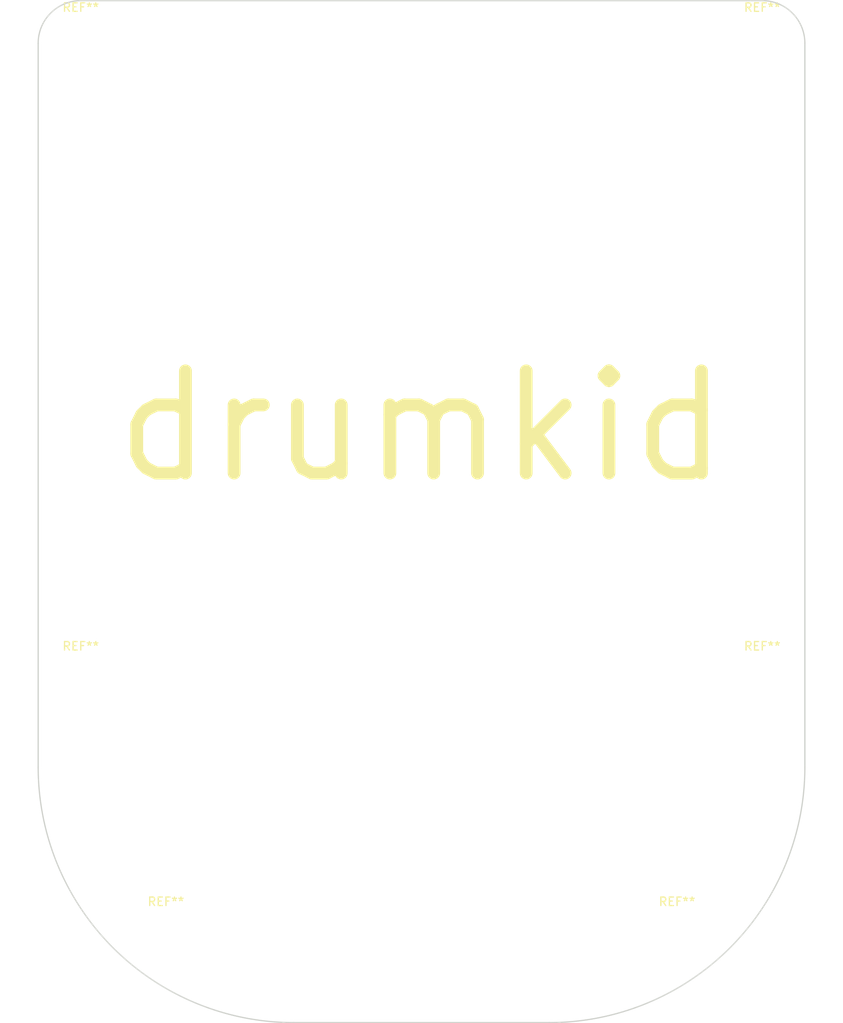
<source format=kicad_pcb>
(kicad_pcb (version 20171130) (host pcbnew "(5.0.1)-3")

  (general
    (thickness 1.6)
    (drawings 9)
    (tracks 0)
    (zones 0)
    (modules 6)
    (nets 1)
  )

  (page A4)
  (layers
    (0 F.Cu signal)
    (31 B.Cu signal)
    (32 B.Adhes user)
    (33 F.Adhes user)
    (34 B.Paste user)
    (35 F.Paste user)
    (36 B.SilkS user)
    (37 F.SilkS user)
    (38 B.Mask user)
    (39 F.Mask user)
    (40 Dwgs.User user)
    (41 Cmts.User user)
    (42 Eco1.User user)
    (43 Eco2.User user)
    (44 Edge.Cuts user)
    (45 Margin user)
    (46 B.CrtYd user)
    (47 F.CrtYd user)
    (48 B.Fab user)
    (49 F.Fab user)
  )

  (setup
    (last_trace_width 0.25)
    (trace_clearance 0.2)
    (zone_clearance 0.508)
    (zone_45_only no)
    (trace_min 0.2)
    (segment_width 0.2)
    (edge_width 0.15)
    (via_size 0.8)
    (via_drill 0.4)
    (via_min_size 0.4)
    (via_min_drill 0.3)
    (uvia_size 0.3)
    (uvia_drill 0.1)
    (uvias_allowed no)
    (uvia_min_size 0.2)
    (uvia_min_drill 0.1)
    (pcb_text_width 0.3)
    (pcb_text_size 1.5 1.5)
    (mod_edge_width 0.15)
    (mod_text_size 1 1)
    (mod_text_width 0.15)
    (pad_size 1.524 1.524)
    (pad_drill 0.762)
    (pad_to_mask_clearance 0.051)
    (solder_mask_min_width 0.25)
    (aux_axis_origin 0 0)
    (visible_elements 7FFFFFFF)
    (pcbplotparams
      (layerselection 0x010fc_ffffffff)
      (usegerberextensions false)
      (usegerberattributes false)
      (usegerberadvancedattributes false)
      (creategerberjobfile false)
      (excludeedgelayer true)
      (linewidth 0.100000)
      (plotframeref false)
      (viasonmask false)
      (mode 1)
      (useauxorigin false)
      (hpglpennumber 1)
      (hpglpenspeed 20)
      (hpglpendiameter 15.000000)
      (psnegative false)
      (psa4output false)
      (plotreference true)
      (plotvalue true)
      (plotinvisibletext false)
      (padsonsilk false)
      (subtractmaskfromsilk false)
      (outputformat 1)
      (mirror false)
      (drillshape 0)
      (scaleselection 1)
      (outputdirectory "gerbers/"))
  )

  (net 0 "")

  (net_class Default "This is the default net class."
    (clearance 0.2)
    (trace_width 0.25)
    (via_dia 0.8)
    (via_drill 0.4)
    (uvia_dia 0.3)
    (uvia_drill 0.1)
  )

  (module MountingHole:MountingHole_3.2mm_M3 (layer F.Cu) (tedit 56D1B4CB) (tstamp 5DD73176)
    (at 40 25)
    (descr "Mounting Hole 3.2mm, no annular, M3")
    (tags "mounting hole 3.2mm no annular m3")
    (attr virtual)
    (fp_text reference REF** (at 0 -4.2) (layer F.SilkS)
      (effects (font (size 1 1) (thickness 0.15)))
    )
    (fp_text value MountingHole_3.2mm_M3 (at 0 4.2) (layer F.Fab)
      (effects (font (size 1 1) (thickness 0.15)))
    )
    (fp_circle (center 0 0) (end 3.45 0) (layer F.CrtYd) (width 0.05))
    (fp_circle (center 0 0) (end 3.2 0) (layer Cmts.User) (width 0.15))
    (fp_text user %R (at 0.3 0) (layer F.Fab)
      (effects (font (size 1 1) (thickness 0.15)))
    )
    (pad 1 np_thru_hole circle (at 0 0) (size 3.2 3.2) (drill 3.2) (layers *.Cu *.Mask))
  )

  (module MountingHole:MountingHole_3.2mm_M3 (layer F.Cu) (tedit 56D1B4CB) (tstamp 5DD73185)
    (at 120 25)
    (descr "Mounting Hole 3.2mm, no annular, M3")
    (tags "mounting hole 3.2mm no annular m3")
    (attr virtual)
    (fp_text reference REF** (at 0 -4.2) (layer F.SilkS)
      (effects (font (size 1 1) (thickness 0.15)))
    )
    (fp_text value MountingHole_3.2mm_M3 (at 0 4.2) (layer F.Fab)
      (effects (font (size 1 1) (thickness 0.15)))
    )
    (fp_circle (center 0 0) (end 3.45 0) (layer F.CrtYd) (width 0.05))
    (fp_circle (center 0 0) (end 3.2 0) (layer Cmts.User) (width 0.15))
    (fp_text user %R (at 0.3 0) (layer F.Fab)
      (effects (font (size 1 1) (thickness 0.15)))
    )
    (pad 1 np_thru_hole circle (at 0 0) (size 3.2 3.2) (drill 3.2) (layers *.Cu *.Mask))
  )

  (module MountingHole:MountingHole_3.2mm_M3 (layer F.Cu) (tedit 56D1B4CB) (tstamp 5DD73194)
    (at 40 100)
    (descr "Mounting Hole 3.2mm, no annular, M3")
    (tags "mounting hole 3.2mm no annular m3")
    (attr virtual)
    (fp_text reference REF** (at 0 -4.2) (layer F.SilkS)
      (effects (font (size 1 1) (thickness 0.15)))
    )
    (fp_text value MountingHole_3.2mm_M3 (at 0 4.2) (layer F.Fab)
      (effects (font (size 1 1) (thickness 0.15)))
    )
    (fp_circle (center 0 0) (end 3.45 0) (layer F.CrtYd) (width 0.05))
    (fp_circle (center 0 0) (end 3.2 0) (layer Cmts.User) (width 0.15))
    (fp_text user %R (at 0.3 0) (layer F.Fab)
      (effects (font (size 1 1) (thickness 0.15)))
    )
    (pad 1 np_thru_hole circle (at 0 0) (size 3.2 3.2) (drill 3.2) (layers *.Cu *.Mask))
  )

  (module MountingHole:MountingHole_3.2mm_M3 (layer F.Cu) (tedit 56D1B4CB) (tstamp 5DD731A3)
    (at 120 100)
    (descr "Mounting Hole 3.2mm, no annular, M3")
    (tags "mounting hole 3.2mm no annular m3")
    (attr virtual)
    (fp_text reference REF** (at 0 -4.2) (layer F.SilkS)
      (effects (font (size 1 1) (thickness 0.15)))
    )
    (fp_text value MountingHole_3.2mm_M3 (at 0 4.2) (layer F.Fab)
      (effects (font (size 1 1) (thickness 0.15)))
    )
    (fp_circle (center 0 0) (end 3.45 0) (layer F.CrtYd) (width 0.05))
    (fp_circle (center 0 0) (end 3.2 0) (layer Cmts.User) (width 0.15))
    (fp_text user %R (at 0.3 0) (layer F.Fab)
      (effects (font (size 1 1) (thickness 0.15)))
    )
    (pad 1 np_thru_hole circle (at 0 0) (size 3.2 3.2) (drill 3.2) (layers *.Cu *.Mask))
  )

  (module MountingHole:MountingHole_3.2mm_M3 (layer F.Cu) (tedit 56D1B4CB) (tstamp 5DD731B2)
    (at 50 130)
    (descr "Mounting Hole 3.2mm, no annular, M3")
    (tags "mounting hole 3.2mm no annular m3")
    (attr virtual)
    (fp_text reference REF** (at 0 -4.2) (layer F.SilkS)
      (effects (font (size 1 1) (thickness 0.15)))
    )
    (fp_text value MountingHole_3.2mm_M3 (at 0 4.2) (layer F.Fab)
      (effects (font (size 1 1) (thickness 0.15)))
    )
    (fp_circle (center 0 0) (end 3.45 0) (layer F.CrtYd) (width 0.05))
    (fp_circle (center 0 0) (end 3.2 0) (layer Cmts.User) (width 0.15))
    (fp_text user %R (at 0.3 0) (layer F.Fab)
      (effects (font (size 1 1) (thickness 0.15)))
    )
    (pad 1 np_thru_hole circle (at 0 0) (size 3.2 3.2) (drill 3.2) (layers *.Cu *.Mask))
  )

  (module MountingHole:MountingHole_3.2mm_M3 (layer F.Cu) (tedit 56D1B4CB) (tstamp 5DD731C1)
    (at 110 130)
    (descr "Mounting Hole 3.2mm, no annular, M3")
    (tags "mounting hole 3.2mm no annular m3")
    (attr virtual)
    (fp_text reference REF** (at 0 -4.2) (layer F.SilkS)
      (effects (font (size 1 1) (thickness 0.15)))
    )
    (fp_text value MountingHole_3.2mm_M3 (at 0 4.2) (layer F.Fab)
      (effects (font (size 1 1) (thickness 0.15)))
    )
    (fp_circle (center 0 0) (end 3.45 0) (layer F.CrtYd) (width 0.05))
    (fp_circle (center 0 0) (end 3.2 0) (layer Cmts.User) (width 0.15))
    (fp_text user %R (at 0.3 0) (layer F.Fab)
      (effects (font (size 1 1) (thickness 0.15)))
    )
    (pad 1 np_thru_hole circle (at 0 0) (size 3.2 3.2) (drill 3.2) (layers *.Cu *.Mask))
  )

  (gr_text drumkid (at 80 70) (layer F.SilkS)
    (effects (font (size 12 12) (thickness 1.5)))
  )
  (gr_arc (start 120 25) (end 125 25) (angle -90) (layer Edge.Cuts) (width 0.15))
  (gr_arc (start 40 25) (end 40 20) (angle -90) (layer Edge.Cuts) (width 0.15))
  (gr_arc (start 65 110) (end 35 110) (angle -90) (layer Edge.Cuts) (width 0.15))
  (gr_arc (start 95 110) (end 95 140) (angle -90) (layer Edge.Cuts) (width 0.15))
  (gr_line (start 65 140) (end 95 140) (layer Edge.Cuts) (width 0.15))
  (gr_line (start 125 25) (end 125 110) (layer Edge.Cuts) (width 0.15))
  (gr_line (start 40 20) (end 120 20) (layer Edge.Cuts) (width 0.15))
  (gr_line (start 35 25) (end 35 110) (layer Edge.Cuts) (width 0.15))

)

</source>
